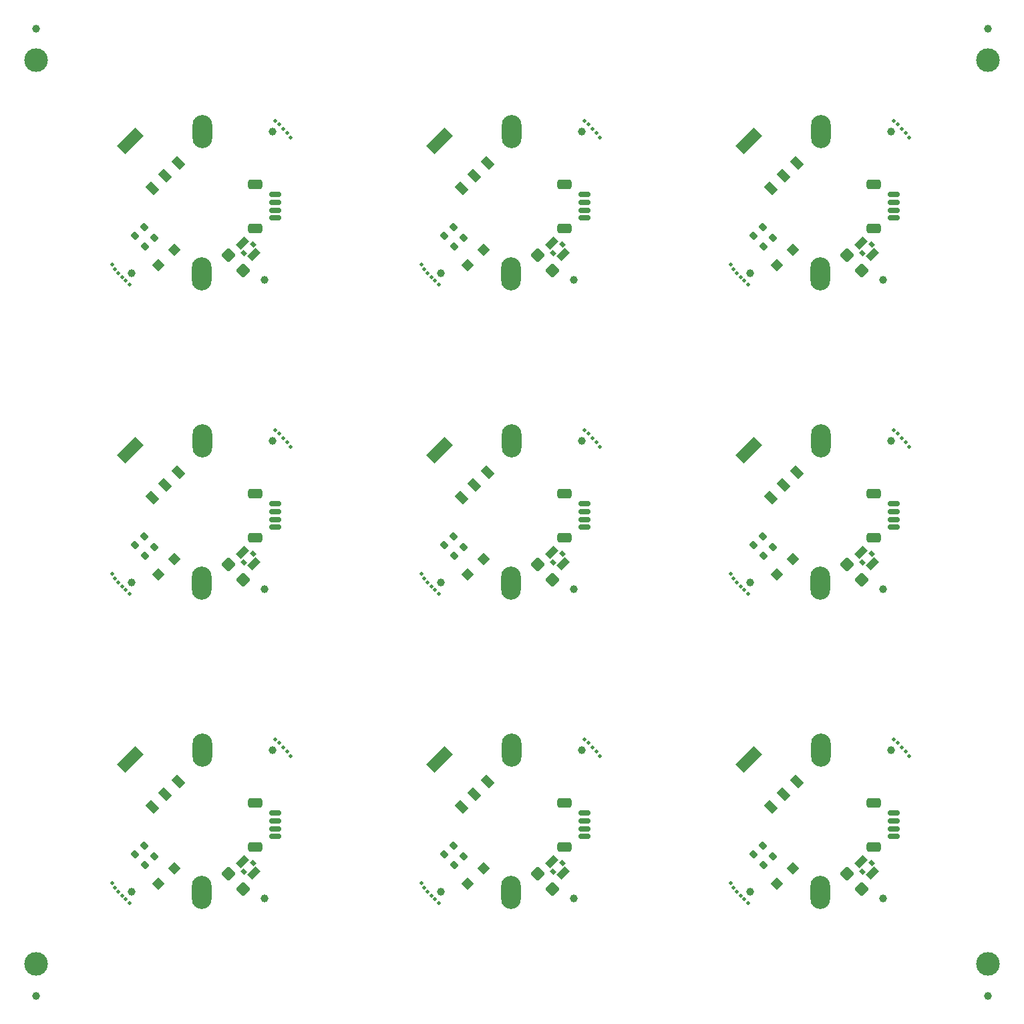
<source format=gts>
G04 #@! TF.GenerationSoftware,KiCad,Pcbnew,6.0.0-d3dd2cf0fa~116~ubuntu20.04.1*
G04 #@! TF.CreationDate,2023-02-13T13:45:33+00:00*
G04 #@! TF.ProjectId,pixel-pump-motor-board-panel,70697865-6c2d-4707-956d-702d6d6f746f,rev?*
G04 #@! TF.SameCoordinates,Original*
G04 #@! TF.FileFunction,Soldermask,Top*
G04 #@! TF.FilePolarity,Negative*
%FSLAX46Y46*%
G04 Gerber Fmt 4.6, Leading zero omitted, Abs format (unit mm)*
G04 Created by KiCad (PCBNEW 6.0.0-d3dd2cf0fa~116~ubuntu20.04.1) date 2023-02-13 13:45:33*
%MOMM*%
%LPD*%
G01*
G04 APERTURE LIST*
G04 Aperture macros list*
%AMRoundRect*
0 Rectangle with rounded corners*
0 $1 Rounding radius*
0 $2 $3 $4 $5 $6 $7 $8 $9 X,Y pos of 4 corners*
0 Add a 4 corners polygon primitive as box body*
4,1,4,$2,$3,$4,$5,$6,$7,$8,$9,$2,$3,0*
0 Add four circle primitives for the rounded corners*
1,1,$1+$1,$2,$3*
1,1,$1+$1,$4,$5*
1,1,$1+$1,$6,$7*
1,1,$1+$1,$8,$9*
0 Add four rect primitives between the rounded corners*
20,1,$1+$1,$2,$3,$4,$5,0*
20,1,$1+$1,$4,$5,$6,$7,0*
20,1,$1+$1,$6,$7,$8,$9,0*
20,1,$1+$1,$8,$9,$2,$3,0*%
%AMRotRect*
0 Rectangle, with rotation*
0 The origin of the aperture is its center*
0 $1 length*
0 $2 width*
0 $3 Rotation angle, in degrees counterclockwise*
0 Add horizontal line*
21,1,$1,$2,0,0,$3*%
G04 Aperture macros list end*
%ADD10C,0.500000*%
%ADD11O,2.500000X4.200000*%
%ADD12RoundRect,0.200000X0.053033X-0.335876X0.335876X-0.053033X-0.053033X0.335876X-0.335876X0.053033X0*%
%ADD13RoundRect,0.150000X0.625000X-0.150000X0.625000X0.150000X-0.625000X0.150000X-0.625000X-0.150000X0*%
%ADD14RoundRect,0.250000X0.650000X-0.350000X0.650000X0.350000X-0.650000X0.350000X-0.650000X-0.350000X0*%
%ADD15C,1.000000*%
%ADD16RotRect,1.100000X1.100000X45.000000*%
%ADD17RoundRect,0.250000X0.618718X-0.017678X-0.017678X0.618718X-0.618718X0.017678X0.017678X-0.618718X0*%
%ADD18RotRect,0.863600X1.473200X315.000000*%
%ADD19RotRect,0.685800X0.533400X315.000000*%
%ADD20RotRect,0.990600X1.498600X45.000000*%
%ADD21RotRect,3.276600X1.498600X45.000000*%
%ADD22C,3.000000*%
G04 APERTURE END LIST*
D10*
G04 #@! TO.C,REF\u002A\u002A*
X75451958Y-56005189D03*
G04 #@! TD*
D11*
G04 #@! TO.C,J3*
X25087233Y-55305630D03*
G04 #@! TD*
D10*
G04 #@! TO.C,REF\u002A\u002A*
X92408218Y-33475136D03*
G04 #@! TD*
G04 #@! TO.C,REF\u002A\u002A*
X14426419Y-112401632D03*
G04 #@! TD*
G04 #@! TO.C,REF\u002A\u002A*
X93736677Y-34990933D03*
G04 #@! TD*
G04 #@! TO.C,REF\u002A\u002A*
X14426419Y-73201632D03*
G04 #@! TD*
G04 #@! TO.C,REF\u002A\u002A*
X54536677Y-74190933D03*
G04 #@! TD*
G04 #@! TO.C,REF\u002A\u002A*
X52815960Y-111329033D03*
G04 #@! TD*
D12*
G04 #@! TO.C,R1*
X57009870Y-30666393D03*
X58176596Y-29499667D03*
G04 #@! TD*
D10*
G04 #@! TO.C,REF\u002A\u002A*
X15826609Y-74651425D03*
G04 #@! TD*
G04 #@! TO.C,REF\u002A\u002A*
X114651958Y-16805190D03*
G04 #@! TD*
D12*
G04 #@! TO.C,R1*
X17809870Y-69866393D03*
X18976596Y-68699667D03*
G04 #@! TD*
D10*
G04 #@! TO.C,REF\u002A\u002A*
X35806646Y-16240673D03*
G04 #@! TD*
D13*
G04 #@! TO.C,J1*
X112662233Y-66230630D03*
X112662233Y-65230630D03*
X112662233Y-64230630D03*
X112662233Y-63230630D03*
D14*
X110137233Y-61930630D03*
X110137233Y-67530630D03*
G04 #@! TD*
D10*
G04 #@! TO.C,REF\u002A\u002A*
X93736677Y-74190933D03*
G04 #@! TD*
D15*
G04 #@! TO.C,FID3*
X32972833Y-74109030D03*
G04 #@! TD*
D16*
G04 #@! TO.C,D1*
X97897284Y-72220579D03*
X99877182Y-70240681D03*
G04 #@! TD*
D10*
G04 #@! TO.C,REF\u002A\u002A*
X74034209Y-15182094D03*
G04 #@! TD*
G04 #@! TO.C,REF\u002A\u002A*
X93736677Y-113390933D03*
G04 #@! TD*
D12*
G04 #@! TO.C,R1*
X96209870Y-109066393D03*
X97376596Y-107899667D03*
G04 #@! TD*
D16*
G04 #@! TO.C,D1*
X19497284Y-33020579D03*
X21477182Y-31040681D03*
G04 #@! TD*
D12*
G04 #@! TO.C,R1*
X96209870Y-30666393D03*
X97376596Y-29499667D03*
G04 #@! TD*
D10*
G04 #@! TO.C,REF\u002A\u002A*
X75006646Y-94640672D03*
G04 #@! TD*
G04 #@! TO.C,REF\u002A\u002A*
X113234209Y-93582093D03*
G04 #@! TD*
D16*
G04 #@! TO.C,D1*
X97897284Y-111420579D03*
X99877182Y-109440681D03*
G04 #@! TD*
D10*
G04 #@! TO.C,REF\u002A\u002A*
X15826609Y-35451425D03*
G04 #@! TD*
D15*
G04 #@! TO.C,FID1*
X112388833Y-94513030D03*
G04 #@! TD*
D10*
G04 #@! TO.C,REF\u002A\u002A*
X93269583Y-34507292D03*
G04 #@! TD*
G04 #@! TO.C,REF\u002A\u002A*
X112710314Y-93089635D03*
G04 #@! TD*
G04 #@! TO.C,REF\u002A\u002A*
X113734505Y-94098445D03*
G04 #@! TD*
D16*
G04 #@! TO.C,D1*
X19497284Y-72220579D03*
X21477182Y-70240681D03*
G04 #@! TD*
D17*
G04 #@! TO.C,C1*
X108641827Y-72885224D03*
X106732639Y-70976036D03*
G04 #@! TD*
D10*
G04 #@! TO.C,REF\u002A\u002A*
X13615961Y-111329033D03*
G04 #@! TD*
D11*
G04 #@! TO.C,J3*
X64287233Y-55305630D03*
G04 #@! TD*
D18*
G04 #@! TO.C,U1*
X69350852Y-69394249D03*
X70823614Y-70867011D03*
D19*
X70670950Y-69546913D03*
X69503516Y-70714347D03*
G04 #@! TD*
D17*
G04 #@! TO.C,C1*
X69441827Y-112085224D03*
X67532639Y-110176036D03*
G04 #@! TD*
D12*
G04 #@! TO.C,R1*
X57009870Y-69866393D03*
X58176596Y-68699667D03*
G04 #@! TD*
D15*
G04 #@! TO.C,FID2*
X55266433Y-112445430D03*
G04 #@! TD*
D10*
G04 #@! TO.C,REF\u002A\u002A*
X53208218Y-72675136D03*
G04 #@! TD*
G04 #@! TO.C,REF\u002A\u002A*
X55026608Y-74651425D03*
G04 #@! TD*
D13*
G04 #@! TO.C,J1*
X73462233Y-105430630D03*
X73462233Y-104430630D03*
X73462233Y-103430630D03*
X73462233Y-102430630D03*
D14*
X70937233Y-101130630D03*
X70937233Y-106730630D03*
G04 #@! TD*
D10*
G04 #@! TO.C,REF\u002A\u002A*
X92015960Y-32929033D03*
G04 #@! TD*
G04 #@! TO.C,REF\u002A\u002A*
X113234209Y-15182094D03*
G04 #@! TD*
D15*
G04 #@! TO.C,FID2*
X94466433Y-34045430D03*
G04 #@! TD*
D10*
G04 #@! TO.C,REF\u002A\u002A*
X92408218Y-111875136D03*
G04 #@! TD*
D15*
G04 #@! TO.C,FID3*
X72172833Y-74109030D03*
G04 #@! TD*
D20*
G04 #@! TO.C,Q1*
X18747371Y-101698660D03*
X20363817Y-100082214D03*
X21980263Y-98465768D03*
D21*
X15909610Y-95628007D03*
G04 #@! TD*
D10*
G04 #@! TO.C,REF\u002A\u002A*
X13615961Y-72129033D03*
G04 #@! TD*
D13*
G04 #@! TO.C,J1*
X34262233Y-105430630D03*
X34262233Y-104430630D03*
X34262233Y-103430630D03*
X34262233Y-102430630D03*
D14*
X31737233Y-106730630D03*
X31737233Y-101130630D03*
G04 #@! TD*
D10*
G04 #@! TO.C,REF\u002A\u002A*
X34834209Y-15182094D03*
G04 #@! TD*
D15*
G04 #@! TO.C,FID1*
X112388833Y-16113030D03*
G04 #@! TD*
D20*
G04 #@! TO.C,Q1*
X97147371Y-62498660D03*
X98763817Y-60882214D03*
X100380263Y-59265768D03*
D21*
X94309610Y-56428007D03*
G04 #@! TD*
D10*
G04 #@! TO.C,REF\u002A\u002A*
X35334505Y-15698446D03*
G04 #@! TD*
D17*
G04 #@! TO.C,C1*
X108641827Y-112085224D03*
X106732639Y-110176036D03*
G04 #@! TD*
D20*
G04 #@! TO.C,Q1*
X18747371Y-23298660D03*
X20363817Y-21682214D03*
X21980263Y-20065768D03*
D21*
X15909610Y-17228007D03*
G04 #@! TD*
D15*
G04 #@! TO.C,FID2*
X16066433Y-73245430D03*
G04 #@! TD*
G04 #@! TO.C,FID2*
X55266433Y-34045430D03*
G04 #@! TD*
D10*
G04 #@! TO.C,REF\u002A\u002A*
X92826418Y-112401632D03*
G04 #@! TD*
G04 #@! TO.C,REF\u002A\u002A*
X53626418Y-73201632D03*
G04 #@! TD*
D11*
G04 #@! TO.C,J2*
X64212233Y-112505630D03*
G04 #@! TD*
D10*
G04 #@! TO.C,REF\u002A\u002A*
X52815960Y-72129033D03*
G04 #@! TD*
G04 #@! TO.C,REF\u002A\u002A*
X54069583Y-34507292D03*
G04 #@! TD*
D12*
G04 #@! TO.C,R1*
X96209870Y-69866393D03*
X97376596Y-68699667D03*
G04 #@! TD*
D10*
G04 #@! TO.C,REF\u002A\u002A*
X73510314Y-53889635D03*
G04 #@! TD*
D12*
G04 #@! TO.C,R2*
X16514470Y-29320193D03*
X17681196Y-28153467D03*
G04 #@! TD*
G04 #@! TO.C,R1*
X17809870Y-109066393D03*
X18976596Y-107899667D03*
G04 #@! TD*
D10*
G04 #@! TO.C,REF\u002A\u002A*
X113734505Y-54898445D03*
G04 #@! TD*
D18*
G04 #@! TO.C,U1*
X30150852Y-69394249D03*
X31623614Y-70867011D03*
D19*
X31470950Y-69546913D03*
X30303516Y-70714347D03*
G04 #@! TD*
D10*
G04 #@! TO.C,REF\u002A\u002A*
X73510314Y-14689636D03*
G04 #@! TD*
G04 #@! TO.C,REF\u002A\u002A*
X114651958Y-95205189D03*
G04 #@! TD*
D17*
G04 #@! TO.C,C1*
X30241827Y-72885224D03*
X28332639Y-70976036D03*
G04 #@! TD*
D10*
G04 #@! TO.C,REF\u002A\u002A*
X94226608Y-113851425D03*
G04 #@! TD*
D15*
G04 #@! TO.C,FID1*
X33988833Y-94513030D03*
G04 #@! TD*
D10*
G04 #@! TO.C,REF\u002A\u002A*
X114206646Y-16240673D03*
G04 #@! TD*
D11*
G04 #@! TO.C,J2*
X25012233Y-73305630D03*
G04 #@! TD*
D10*
G04 #@! TO.C,REF\u002A\u002A*
X112710314Y-53889635D03*
G04 #@! TD*
D12*
G04 #@! TO.C,R2*
X94914470Y-68520193D03*
X96081196Y-67353467D03*
G04 #@! TD*
D10*
G04 #@! TO.C,REF\u002A\u002A*
X14869584Y-73707292D03*
G04 #@! TD*
G04 #@! TO.C,REF\u002A\u002A*
X34310314Y-53889635D03*
G04 #@! TD*
D20*
G04 #@! TO.C,Q1*
X18747371Y-62498660D03*
X20363817Y-60882214D03*
X21980263Y-59265768D03*
D21*
X15909610Y-56428007D03*
G04 #@! TD*
D20*
G04 #@! TO.C,Q1*
X57947371Y-62498660D03*
X59563817Y-60882214D03*
X61180263Y-59265768D03*
D21*
X55109610Y-56428007D03*
G04 #@! TD*
D16*
G04 #@! TO.C,D1*
X58697284Y-72220579D03*
X60677182Y-70240681D03*
G04 #@! TD*
D18*
G04 #@! TO.C,U1*
X30150852Y-30194249D03*
X31623614Y-31667011D03*
D19*
X31470950Y-30346913D03*
X30303516Y-31514347D03*
G04 #@! TD*
D10*
G04 #@! TO.C,REF\u002A\u002A*
X93269583Y-112907292D03*
G04 #@! TD*
G04 #@! TO.C,REF\u002A\u002A*
X93269583Y-73707292D03*
G04 #@! TD*
G04 #@! TO.C,REF\u002A\u002A*
X35806646Y-94640672D03*
G04 #@! TD*
G04 #@! TO.C,REF\u002A\u002A*
X13615961Y-32929033D03*
G04 #@! TD*
D15*
G04 #@! TO.C,FID3*
X32972833Y-113309030D03*
G04 #@! TD*
D10*
G04 #@! TO.C,REF\u002A\u002A*
X35806646Y-55440672D03*
G04 #@! TD*
D13*
G04 #@! TO.C,J1*
X112662233Y-27030630D03*
X112662233Y-26030630D03*
X112662233Y-25030630D03*
X112662233Y-24030630D03*
D14*
X110137233Y-22730630D03*
X110137233Y-28330630D03*
G04 #@! TD*
D10*
G04 #@! TO.C,REF\u002A\u002A*
X75006646Y-55440672D03*
G04 #@! TD*
D16*
G04 #@! TO.C,D1*
X58697284Y-111420579D03*
X60677182Y-109440681D03*
G04 #@! TD*
D13*
G04 #@! TO.C,J1*
X73462233Y-27030630D03*
X73462233Y-26030630D03*
X73462233Y-25030630D03*
X73462233Y-24030630D03*
D14*
X70937233Y-28330630D03*
X70937233Y-22730630D03*
G04 #@! TD*
D10*
G04 #@! TO.C,REF\u002A\u002A*
X52815960Y-32929033D03*
G04 #@! TD*
G04 #@! TO.C,REF\u002A\u002A*
X75451958Y-16805190D03*
G04 #@! TD*
D11*
G04 #@! TO.C,J3*
X103487233Y-16105630D03*
G04 #@! TD*
D10*
G04 #@! TO.C,REF\u002A\u002A*
X54536677Y-113390933D03*
G04 #@! TD*
D20*
G04 #@! TO.C,Q1*
X97147371Y-23298660D03*
X98763817Y-21682214D03*
X100380263Y-20065768D03*
D21*
X94309610Y-17228007D03*
G04 #@! TD*
D15*
G04 #@! TO.C,FID1*
X112388833Y-55313030D03*
G04 #@! TD*
D10*
G04 #@! TO.C,REF\u002A\u002A*
X34834209Y-54382093D03*
G04 #@! TD*
D11*
G04 #@! TO.C,J2*
X25012233Y-112505630D03*
G04 #@! TD*
D10*
G04 #@! TO.C,REF\u002A\u002A*
X14008219Y-111875136D03*
G04 #@! TD*
D15*
G04 #@! TO.C,REF\u002A\u002A*
X4000000Y-125597842D03*
G04 #@! TD*
G04 #@! TO.C,FID1*
X33988833Y-16113030D03*
G04 #@! TD*
D17*
G04 #@! TO.C,C1*
X108641827Y-33685224D03*
X106732639Y-31776036D03*
G04 #@! TD*
D15*
G04 #@! TO.C,FID2*
X55266433Y-73245430D03*
G04 #@! TD*
D11*
G04 #@! TO.C,J3*
X64287233Y-94505630D03*
G04 #@! TD*
D10*
G04 #@! TO.C,REF\u002A\u002A*
X53626418Y-112401632D03*
G04 #@! TD*
G04 #@! TO.C,REF\u002A\u002A*
X14426419Y-34001632D03*
G04 #@! TD*
D17*
G04 #@! TO.C,C1*
X69441827Y-33685224D03*
X67532639Y-31776036D03*
G04 #@! TD*
D11*
G04 #@! TO.C,J3*
X25087233Y-16105630D03*
G04 #@! TD*
D15*
G04 #@! TO.C,FID3*
X111372833Y-113309030D03*
G04 #@! TD*
D11*
G04 #@! TO.C,J2*
X103412233Y-112505630D03*
G04 #@! TD*
D13*
G04 #@! TO.C,J1*
X73462233Y-66230630D03*
X73462233Y-65230630D03*
X73462233Y-64230630D03*
X73462233Y-63230630D03*
D14*
X70937233Y-61930630D03*
X70937233Y-67530630D03*
G04 #@! TD*
D12*
G04 #@! TO.C,R2*
X16514470Y-68520193D03*
X17681196Y-67353467D03*
G04 #@! TD*
D10*
G04 #@! TO.C,REF\u002A\u002A*
X14869584Y-34507292D03*
G04 #@! TD*
G04 #@! TO.C,REF\u002A\u002A*
X74534505Y-15698446D03*
G04 #@! TD*
D18*
G04 #@! TO.C,U1*
X108550852Y-108594249D03*
X110023614Y-110067011D03*
D19*
X109870950Y-108746913D03*
X108703516Y-109914347D03*
G04 #@! TD*
D10*
G04 #@! TO.C,REF\u002A\u002A*
X35334505Y-94098445D03*
G04 #@! TD*
G04 #@! TO.C,REF\u002A\u002A*
X55026608Y-113851425D03*
G04 #@! TD*
D17*
G04 #@! TO.C,C1*
X30241827Y-112085224D03*
X28332639Y-110176036D03*
G04 #@! TD*
D15*
G04 #@! TO.C,FID1*
X33988833Y-55313030D03*
G04 #@! TD*
G04 #@! TO.C,FID3*
X111372833Y-74109030D03*
G04 #@! TD*
D10*
G04 #@! TO.C,REF\u002A\u002A*
X74034209Y-93582093D03*
G04 #@! TD*
D12*
G04 #@! TO.C,R2*
X94914470Y-29320193D03*
X96081196Y-28153467D03*
G04 #@! TD*
D15*
G04 #@! TO.C,FID3*
X32972833Y-34909030D03*
G04 #@! TD*
D10*
G04 #@! TO.C,REF\u002A\u002A*
X74534505Y-94098445D03*
G04 #@! TD*
D18*
G04 #@! TO.C,U1*
X108550852Y-69394249D03*
X110023614Y-70867011D03*
D19*
X109870950Y-69546913D03*
X108703516Y-70714347D03*
G04 #@! TD*
D10*
G04 #@! TO.C,REF\u002A\u002A*
X112710314Y-14689636D03*
G04 #@! TD*
G04 #@! TO.C,REF\u002A\u002A*
X92826418Y-34001632D03*
G04 #@! TD*
G04 #@! TO.C,REF\u002A\u002A*
X54069583Y-73707292D03*
G04 #@! TD*
D11*
G04 #@! TO.C,J3*
X64287233Y-16105630D03*
G04 #@! TD*
D10*
G04 #@! TO.C,REF\u002A\u002A*
X92826418Y-73201632D03*
G04 #@! TD*
G04 #@! TO.C,REF\u002A\u002A*
X54069583Y-112907292D03*
G04 #@! TD*
D16*
G04 #@! TO.C,D1*
X58697284Y-33020579D03*
X60677182Y-31040681D03*
G04 #@! TD*
D15*
G04 #@! TO.C,FID3*
X111372833Y-34909030D03*
G04 #@! TD*
D10*
G04 #@! TO.C,REF\u002A\u002A*
X53208218Y-111875136D03*
G04 #@! TD*
D18*
G04 #@! TO.C,U1*
X69350852Y-30194249D03*
X70823614Y-31667011D03*
D19*
X70670950Y-30346913D03*
X69503516Y-31514347D03*
G04 #@! TD*
D12*
G04 #@! TO.C,R2*
X55714470Y-29320193D03*
X56881196Y-28153467D03*
G04 #@! TD*
D10*
G04 #@! TO.C,REF\u002A\u002A*
X14008219Y-33475136D03*
G04 #@! TD*
G04 #@! TO.C,REF\u002A\u002A*
X55026608Y-35451425D03*
G04 #@! TD*
D15*
G04 #@! TO.C,REF\u002A\u002A*
X124595686Y-3000000D03*
G04 #@! TD*
D10*
G04 #@! TO.C,REF\u002A\u002A*
X34834209Y-93582093D03*
G04 #@! TD*
G04 #@! TO.C,REF\u002A\u002A*
X75006646Y-16240673D03*
G04 #@! TD*
G04 #@! TO.C,REF\u002A\u002A*
X34310314Y-93089635D03*
G04 #@! TD*
G04 #@! TO.C,REF\u002A\u002A*
X94226608Y-35451425D03*
G04 #@! TD*
G04 #@! TO.C,REF\u002A\u002A*
X92015960Y-111329033D03*
G04 #@! TD*
D11*
G04 #@! TO.C,J3*
X103487233Y-55305630D03*
G04 #@! TD*
D15*
G04 #@! TO.C,FID2*
X94466433Y-112445430D03*
G04 #@! TD*
D11*
G04 #@! TO.C,J3*
X25087233Y-94505630D03*
G04 #@! TD*
D10*
G04 #@! TO.C,REF\u002A\u002A*
X75451958Y-95205189D03*
G04 #@! TD*
D15*
G04 #@! TO.C,REF\u002A\u002A*
X124595686Y-125597842D03*
G04 #@! TD*
D10*
G04 #@! TO.C,REF\u002A\u002A*
X15336678Y-34990933D03*
G04 #@! TD*
D12*
G04 #@! TO.C,R1*
X57009870Y-109066393D03*
X58176596Y-107899667D03*
G04 #@! TD*
D11*
G04 #@! TO.C,J2*
X25012233Y-34105630D03*
G04 #@! TD*
D22*
G04 #@! TO.C,REF\u002A\u002A*
X124595686Y-121597842D03*
G04 #@! TD*
D12*
G04 #@! TO.C,R2*
X55714470Y-68520193D03*
X56881196Y-67353467D03*
G04 #@! TD*
D13*
G04 #@! TO.C,J1*
X34262233Y-27030630D03*
X34262233Y-26030630D03*
X34262233Y-25030630D03*
X34262233Y-24030630D03*
D14*
X31737233Y-28330630D03*
X31737233Y-22730630D03*
G04 #@! TD*
D11*
G04 #@! TO.C,J2*
X64212233Y-73305630D03*
G04 #@! TD*
D13*
G04 #@! TO.C,J1*
X34262233Y-66230630D03*
X34262233Y-65230630D03*
X34262233Y-64230630D03*
X34262233Y-63230630D03*
D14*
X31737233Y-61930630D03*
X31737233Y-67530630D03*
G04 #@! TD*
D10*
G04 #@! TO.C,REF\u002A\u002A*
X15336678Y-113390933D03*
G04 #@! TD*
G04 #@! TO.C,REF\u002A\u002A*
X14869584Y-112907292D03*
G04 #@! TD*
G04 #@! TO.C,REF\u002A\u002A*
X36251958Y-56005189D03*
G04 #@! TD*
D15*
G04 #@! TO.C,FID1*
X73188833Y-94513030D03*
G04 #@! TD*
D17*
G04 #@! TO.C,C1*
X69441827Y-72885224D03*
X67532639Y-70976036D03*
G04 #@! TD*
D10*
G04 #@! TO.C,REF\u002A\u002A*
X73510314Y-93089635D03*
G04 #@! TD*
D13*
G04 #@! TO.C,J1*
X112662233Y-105430630D03*
X112662233Y-104430630D03*
X112662233Y-103430630D03*
X112662233Y-102430630D03*
D14*
X110137233Y-101130630D03*
X110137233Y-106730630D03*
G04 #@! TD*
D16*
G04 #@! TO.C,D1*
X97897284Y-33020579D03*
X99877182Y-31040681D03*
G04 #@! TD*
D15*
G04 #@! TO.C,FID3*
X72172833Y-34909030D03*
G04 #@! TD*
D18*
G04 #@! TO.C,U1*
X69350852Y-108594249D03*
X70823614Y-110067011D03*
D19*
X70670950Y-108746913D03*
X69503516Y-109914347D03*
G04 #@! TD*
D10*
G04 #@! TO.C,REF\u002A\u002A*
X36251958Y-95205189D03*
G04 #@! TD*
D20*
G04 #@! TO.C,Q1*
X57947371Y-23298660D03*
X59563817Y-21682214D03*
X61180263Y-20065768D03*
D21*
X55109610Y-17228007D03*
G04 #@! TD*
D15*
G04 #@! TO.C,FID2*
X16066433Y-112445430D03*
G04 #@! TD*
D22*
G04 #@! TO.C,REF\u002A\u002A*
X4000000Y-7000000D03*
G04 #@! TD*
D15*
G04 #@! TO.C,FID1*
X73188833Y-16113030D03*
G04 #@! TD*
D10*
G04 #@! TO.C,REF\u002A\u002A*
X53626418Y-34001632D03*
G04 #@! TD*
D15*
G04 #@! TO.C,FID2*
X94466433Y-73245430D03*
G04 #@! TD*
D10*
G04 #@! TO.C,REF\u002A\u002A*
X113234209Y-54382093D03*
G04 #@! TD*
G04 #@! TO.C,REF\u002A\u002A*
X54536677Y-34990933D03*
G04 #@! TD*
D18*
G04 #@! TO.C,U1*
X108550852Y-30194249D03*
X110023614Y-31667011D03*
D19*
X109870950Y-30346913D03*
X108703516Y-31514347D03*
G04 #@! TD*
D15*
G04 #@! TO.C,FID1*
X73188833Y-55313030D03*
G04 #@! TD*
D20*
G04 #@! TO.C,Q1*
X57947371Y-101698660D03*
X59563817Y-100082214D03*
X61180263Y-98465768D03*
D21*
X55109610Y-95628007D03*
G04 #@! TD*
D10*
G04 #@! TO.C,REF\u002A\u002A*
X114651958Y-56005189D03*
G04 #@! TD*
D15*
G04 #@! TO.C,FID3*
X72172833Y-113309030D03*
G04 #@! TD*
D18*
G04 #@! TO.C,U1*
X30150852Y-108594249D03*
X31623614Y-110067011D03*
D19*
X31470950Y-108746913D03*
X30303516Y-109914347D03*
G04 #@! TD*
D10*
G04 #@! TO.C,REF\u002A\u002A*
X92408218Y-72675136D03*
G04 #@! TD*
G04 #@! TO.C,REF\u002A\u002A*
X114206646Y-55440672D03*
G04 #@! TD*
G04 #@! TO.C,REF\u002A\u002A*
X92015960Y-72129033D03*
G04 #@! TD*
G04 #@! TO.C,REF\u002A\u002A*
X53208218Y-33475136D03*
G04 #@! TD*
D17*
G04 #@! TO.C,C1*
X30241827Y-33685224D03*
X28332639Y-31776036D03*
G04 #@! TD*
D10*
G04 #@! TO.C,REF\u002A\u002A*
X15336678Y-74190933D03*
G04 #@! TD*
D11*
G04 #@! TO.C,J3*
X103487233Y-94505630D03*
G04 #@! TD*
D10*
G04 #@! TO.C,REF\u002A\u002A*
X36251958Y-16805190D03*
G04 #@! TD*
G04 #@! TO.C,REF\u002A\u002A*
X74534505Y-54898445D03*
G04 #@! TD*
D12*
G04 #@! TO.C,R2*
X16514470Y-107720193D03*
X17681196Y-106553467D03*
G04 #@! TD*
D10*
G04 #@! TO.C,REF\u002A\u002A*
X114206646Y-94640672D03*
G04 #@! TD*
D12*
G04 #@! TO.C,R2*
X94914470Y-107720193D03*
X96081196Y-106553467D03*
G04 #@! TD*
D16*
G04 #@! TO.C,D1*
X19497284Y-111420579D03*
X21477182Y-109440681D03*
G04 #@! TD*
D11*
G04 #@! TO.C,J2*
X103412233Y-34105630D03*
G04 #@! TD*
G04 #@! TO.C,J2*
X103412233Y-73305630D03*
G04 #@! TD*
D10*
G04 #@! TO.C,REF\u002A\u002A*
X14008219Y-72675136D03*
G04 #@! TD*
D12*
G04 #@! TO.C,R2*
X55714470Y-107720193D03*
X56881196Y-106553467D03*
G04 #@! TD*
D10*
G04 #@! TO.C,REF\u002A\u002A*
X15826609Y-113851425D03*
G04 #@! TD*
D12*
G04 #@! TO.C,R1*
X17809870Y-30666393D03*
X18976596Y-29499667D03*
G04 #@! TD*
D15*
G04 #@! TO.C,FID2*
X16066433Y-34045430D03*
G04 #@! TD*
D10*
G04 #@! TO.C,REF\u002A\u002A*
X35334505Y-54898445D03*
G04 #@! TD*
G04 #@! TO.C,REF\u002A\u002A*
X74034209Y-54382093D03*
G04 #@! TD*
G04 #@! TO.C,REF\u002A\u002A*
X113734505Y-15698446D03*
G04 #@! TD*
D11*
G04 #@! TO.C,J2*
X64212233Y-34105630D03*
G04 #@! TD*
D20*
G04 #@! TO.C,Q1*
X97147371Y-101698660D03*
X98763817Y-100082214D03*
X100380263Y-98465768D03*
D21*
X94309610Y-95628007D03*
G04 #@! TD*
D22*
G04 #@! TO.C,REF\u002A\u002A*
X124595686Y-7000000D03*
G04 #@! TD*
D15*
G04 #@! TO.C,REF\u002A\u002A*
X4000000Y-3000000D03*
G04 #@! TD*
D10*
G04 #@! TO.C,REF\u002A\u002A*
X34310314Y-14689636D03*
G04 #@! TD*
D22*
G04 #@! TO.C,REF\u002A\u002A*
X4000000Y-121597842D03*
G04 #@! TD*
D10*
G04 #@! TO.C,REF\u002A\u002A*
X94226608Y-74651425D03*
G04 #@! TD*
M02*

</source>
